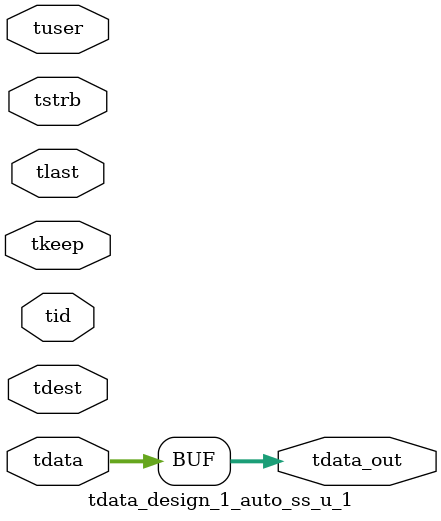
<source format=v>


`timescale 1ps/1ps

module tdata_design_1_auto_ss_u_1 #
(
parameter C_S_AXIS_TDATA_WIDTH = 32,
parameter C_S_AXIS_TUSER_WIDTH = 0,
parameter C_S_AXIS_TID_WIDTH   = 0,
parameter C_S_AXIS_TDEST_WIDTH = 0,
parameter C_M_AXIS_TDATA_WIDTH = 32
)
(
input  [(C_S_AXIS_TDATA_WIDTH == 0 ? 1 : C_S_AXIS_TDATA_WIDTH)-1:0     ] tdata,
input  [(C_S_AXIS_TUSER_WIDTH == 0 ? 1 : C_S_AXIS_TUSER_WIDTH)-1:0     ] tuser,
input  [(C_S_AXIS_TID_WIDTH   == 0 ? 1 : C_S_AXIS_TID_WIDTH)-1:0       ] tid,
input  [(C_S_AXIS_TDEST_WIDTH == 0 ? 1 : C_S_AXIS_TDEST_WIDTH)-1:0     ] tdest,
input  [(C_S_AXIS_TDATA_WIDTH/8)-1:0 ] tkeep,
input  [(C_S_AXIS_TDATA_WIDTH/8)-1:0 ] tstrb,
input                                                                    tlast,
output [C_M_AXIS_TDATA_WIDTH-1:0] tdata_out
);

assign tdata_out = {tdata[63:0]};

endmodule


</source>
